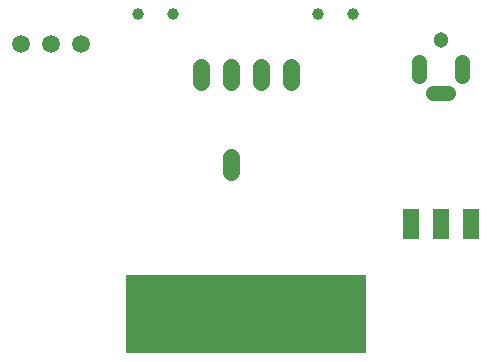
<source format=gbr>
G04 EAGLE Gerber RS-274X export*
G75*
%MOMM*%
%FSLAX34Y34*%
%LPD*%
%INSoldermask Top*%
%IPPOS*%
%AMOC8*
5,1,8,0,0,1.08239X$1,22.5*%
G01*
%ADD10C,1.301600*%
%ADD11C,1.309600*%
%ADD12C,1.501600*%
%ADD13C,1.001600*%
%ADD14C,1.422400*%
%ADD15R,1.371600X2.641600*%
%ADD16R,2.501600X6.604000*%


D10*
X863600Y461200D03*
D11*
X869640Y416200D02*
X857560Y416200D01*
X845100Y430160D02*
X845100Y442240D01*
X882100Y442240D02*
X882100Y430160D01*
D12*
X508000Y457200D03*
X533400Y457200D03*
X558800Y457200D03*
D13*
X789700Y482600D03*
X759700Y482600D03*
X637300Y482600D03*
X607300Y482600D03*
D14*
X660400Y438404D02*
X660400Y425196D01*
X685800Y425196D02*
X685800Y438404D01*
X711200Y438404D02*
X711200Y425196D01*
X736600Y425196D02*
X736600Y438404D01*
X685800Y362204D02*
X685800Y348996D01*
D15*
X863600Y304800D03*
X889000Y304800D03*
X838200Y304800D03*
D16*
X685800Y228613D03*
X711200Y228613D03*
X736600Y228613D03*
X762000Y228613D03*
X787400Y228613D03*
X660400Y228613D03*
X635000Y228613D03*
X609600Y228613D03*
M02*

</source>
